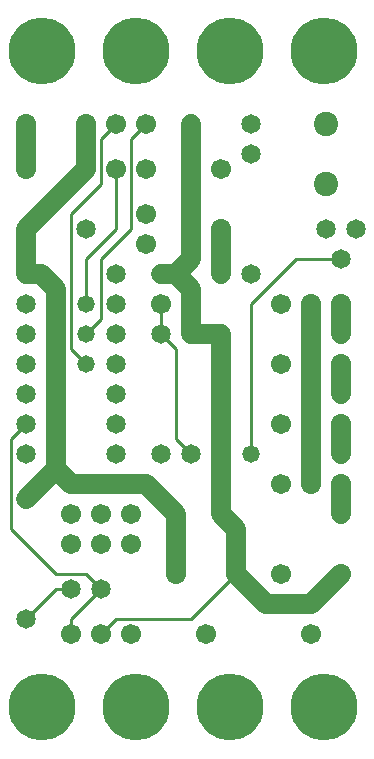
<source format=gtl>
%MOIN*%
%FSLAX25Y25*%
G04 D10 used for Character Trace; *
G04     Circle (OD=.01000) (No hole)*
G04 D11 used for Power Trace; *
G04     Circle (OD=.06700) (No hole)*
G04 D12 used for Signal Trace; *
G04     Circle (OD=.01100) (No hole)*
G04 D13 used for Via; *
G04     Circle (OD=.05800) (Round. Hole ID=.02800)*
G04 D14 used for Component hole; *
G04     Circle (OD=.06500) (Round. Hole ID=.03500)*
G04 D15 used for Component hole; *
G04     Circle (OD=.06700) (Round. Hole ID=.04300)*
G04 D16 used for Component hole; *
G04     Circle (OD=.08100) (Round. Hole ID=.05100)*
G04 D17 used for Component hole; *
G04     Circle (OD=.08900) (Round. Hole ID=.05900)*
G04 D18 used for Component hole; *
G04     Circle (OD=.11300) (Round. Hole ID=.08300)*
G04 D19 used for Component hole; *
G04     Circle (OD=.16000) (Round. Hole ID=.13000)*
G04 D20 used for Component hole; *
G04     Circle (OD=.18300) (Round. Hole ID=.15300)*
G04 D21 used for Component hole; *
G04     Circle (OD=.22291) (Round. Hole ID=.19291)*
%ADD10C,.01000*%
%ADD11C,.06700*%
%ADD12C,.01100*%
%ADD13C,.05800*%
%ADD14C,.06500*%
%ADD15C,.06700*%
%ADD16C,.08100*%
%ADD17C,.08900*%
%ADD18C,.11300*%
%ADD19C,.16000*%
%ADD20C,.18300*%
%ADD21C,.22291*%
%IPPOS*%
%LPD*%
G90*X0Y0D02*D21*X15625Y15625D03*D15*              
X35000Y40000D03*D12*X40000Y45000D01*X65000D01*    
X80000Y60000D01*D15*D03*D11*X90000Y50000D01*      
X105000D01*X115000Y60000D01*D15*D03*              
X105000Y40000D03*D14*X115000Y80000D03*D11*        
Y90000D01*D15*D03*D14*Y100000D03*D11*Y110000D01*  
D15*D03*D14*Y120000D03*D11*Y130000D01*D15*D03*D14*
Y140000D03*D11*Y150000D01*D15*D03*X105000D03*D11* 
Y130000D01*D15*D03*D11*Y110000D01*D15*D03*D11*    
Y90000D01*D15*D03*X95000D03*D13*X85000Y100000D03* 
D12*Y150000D01*X100000Y165000D01*X115000D01*D14*  
D03*X120000Y175000D03*X110000D03*D15*             
X95000Y150000D03*D16*X110000Y190000D03*D14*       
X85000Y160000D03*D15*X95000Y130000D03*D14*        
X85000Y200000D03*D15*X75000Y195000D03*Y175000D03* 
D11*Y160000D01*D14*D03*D15*X65000Y150000D03*D11*  
Y140000D01*D14*D03*D11*X75000D01*D14*D03*D11*     
Y120000D01*D14*D03*D11*Y100000D01*D14*D03*D11*    
Y80000D01*D14*D03*D11*X80000Y75000D01*Y60000D01*  
D15*X95000D03*D11*X60000D02*Y80000D01*D15*        
Y60000D03*X45000Y70000D03*Y40000D03*D11*          
X60000Y80000D02*X50000Y90000D01*X25000D01*        
X20000Y95000D01*X10000Y85000D01*D14*D03*D11*      
X20000Y95000D02*Y155000D01*X15000Y160000D01*      
X10000D01*D14*D03*D11*Y175000D01*D14*D03*D11*     
X30000Y195000D01*D15*D03*D11*Y210000D01*D15*D03*  
D12*X35000Y190000D02*Y205000D01*X25000Y180000D02* 
X35000Y190000D01*X25000Y135000D02*Y180000D01*     
X30000Y130000D02*X25000Y135000D01*D13*            
X30000Y130000D03*D14*X40000Y120000D03*Y140000D03* 
Y130000D03*D13*X30000Y140000D03*D12*              
X35000Y145000D01*Y165000D01*X45000Y175000D01*     
Y205000D01*X50000Y210000D01*D15*D03*X40000D03*D12*
X35000Y205000D01*D15*X40000Y195000D03*D12*        
Y175000D01*X30000Y165000D01*Y150000D01*D13*D03*   
D14*X40000Y160000D03*Y150000D03*D15*              
X50000Y170000D03*D14*X10000Y130000D03*Y150000D03* 
Y140000D03*X55000D03*D12*X60000Y135000D01*        
Y105000D01*X65000Y100000D01*D14*D03*X55000D03*D15*
X45000Y80000D03*D14*X40000Y110000D03*Y100000D03*  
D15*X35000Y70000D03*X95000Y110000D03*             
X35000Y80000D03*D12*Y55000D02*X30000Y60000D01*D14*
X35000Y55000D03*D12*X25000Y45000D01*Y40000D01*D15*
D03*D14*X10000Y45000D03*D12*X20000Y55000D01*      
X25000D01*D14*D03*D12*X20000Y60000D02*X30000D01*  
X20000D02*X5000Y75000D01*Y105000D01*              
X10000Y110000D01*D14*D03*Y120000D03*Y100000D03*   
D15*X25000Y80000D03*Y70000D03*D12*                
X55000Y140000D02*Y150000D01*D15*D03*D11*          
X65000Y155000D02*X60000Y160000D01*                
X65000Y150000D02*Y155000D01*D14*X55000Y160000D03* 
D11*X60000D01*X65000Y165000D01*Y185000D01*D15*D03*
D11*Y210000D01*D14*D03*D15*X50000Y195000D03*D14*  
X85000Y210000D03*D21*X78125Y234375D03*X46875D03*  
D15*X50000Y180000D03*D14*X30000Y175000D03*D16*    
X110000Y210000D03*D21*X109375Y234375D03*X15625D03*
D15*X10000Y210000D03*D11*Y195000D01*D15*D03*      
X70000Y40000D03*D21*X46875Y15625D03*X78125D03*    
X109375D03*M02*                                   

</source>
